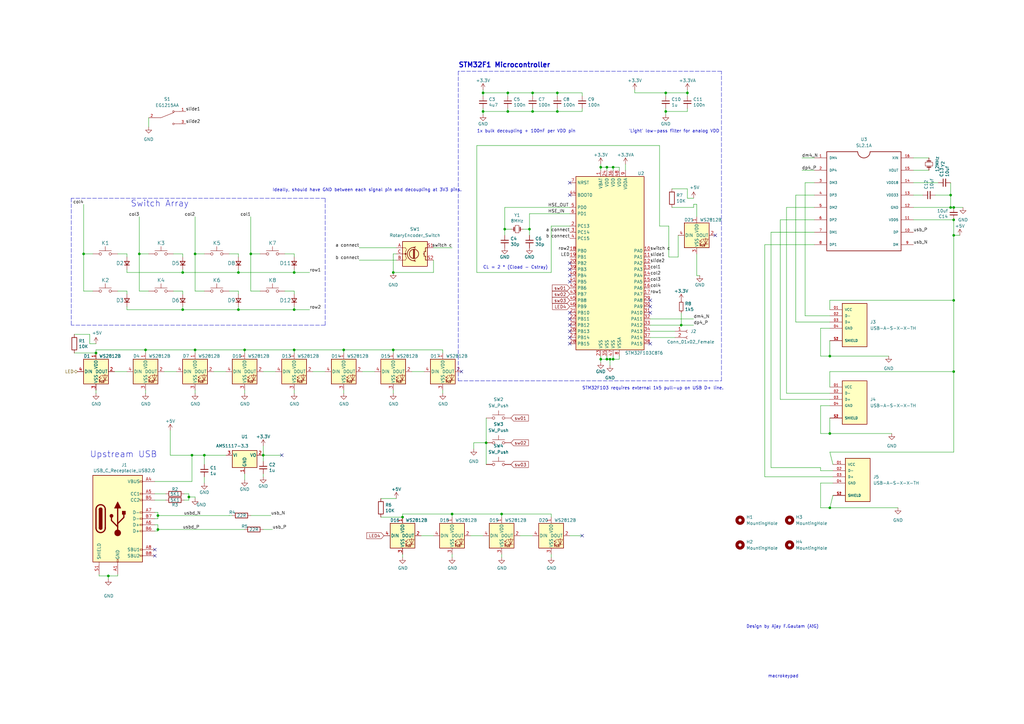
<source format=kicad_sch>
(kicad_sch (version 20231120) (generator "eeschema") (generator_version "8.0")
  (paper "A3")
  (junction (at 389.89 80.01))
  (junction (at 57.15 104.14))
  (junction (at 161.29 111.76))
  (junction (at 120.65 127))
  (junction (at 391.16 85.09))
  (junction (at 246.38 68.58))
  (junction (at 205.74 210.82))
  (junction (at 228.6 45.72))
  (junction (at 78.74 186.69))
  (junction (at 161.29 143.51))
  (junction (at 250.19 147.32))
  (junction (at 39.37 144.78))
  (junction (at 44.45 236.22))
  (junction (at 185.42 210.82))
  (junction (at 208.28 38.1))
  (junction (at 120.65 111.76))
  (junction (at 273.05 45.72))
  (junction (at 391.16 96.52))
  (junction (at 74.93 127))
  (junction (at 340.36 146.05))
  (junction (at 74.93 111.76))
  (junction (at 97.79 111.76))
  (junction (at 251.46 147.32))
  (junction (at 389.89 85.09))
  (junction (at 279.4 133.35))
  (junction (at 198.12 45.72))
  (junction (at 80.01 143.51))
  (junction (at 340.36 208.28))
  (junction (at 218.44 38.1))
  (junction (at 273.05 38.1))
  (junction (at 64.77 217.17))
  (junction (at 77.47 203.835))
  (junction (at 140.97 143.51))
  (junction (at 251.46 68.58))
  (junction (at 64.77 211.455))
  (junction (at 391.16 123.19))
  (junction (at 246.38 147.32))
  (junction (at 218.44 45.72))
  (junction (at 391.16 90.17))
  (junction (at 228.6 38.1))
  (junction (at 165.1 212.09))
  (junction (at 217.17 93.98))
  (junction (at 80.01 104.14))
  (junction (at 107.95 186.69))
  (junction (at 102.87 104.14))
  (junction (at 198.12 38.1))
  (junction (at 199.39 181.61))
  (junction (at 248.92 68.58))
  (junction (at 340.36 177.8))
  (junction (at 207.01 93.98))
  (junction (at 391.16 152.4))
  (junction (at 34.29 104.14))
  (junction (at 83.82 186.69))
  (junction (at 281.94 38.1))
  (junction (at 100.33 143.51))
  (junction (at 59.69 143.51))
  (junction (at 120.65 143.51))
  (junction (at 97.79 127))
  (junction (at 208.28 45.72))
  (junction (at 248.92 147.32))
  (no_connect (at 233.68 113.03))
  (no_connect (at 233.68 138.43))
  (no_connect (at 293.37 96.52))
  (no_connect (at 233.68 110.49))
  (no_connect (at 233.68 130.81))
  (no_connect (at 233.68 133.35))
  (no_connect (at 238.76 219.71))
  (no_connect (at 233.68 107.95))
  (no_connect (at 266.7 128.27))
  (no_connect (at 63.5 227.965))
  (no_connect (at 63.5 225.425))
  (no_connect (at 233.68 74.93))
  (no_connect (at 266.7 140.97))
  (no_connect (at 233.68 128.27))
  (no_connect (at 233.68 80.01))
  (no_connect (at 266.7 123.19))
  (no_connect (at 233.68 140.97))
  (no_connect (at 233.68 135.89))
  (no_connect (at 189.23 152.4))
  (no_connect (at 266.7 125.73))
  (no_connect (at 233.68 115.57))
  (no_connect (at 115.57 186.69))
  (wire (pts (xy 207.01 96.52) (xy 207.01 93.98)))
  (wire (pts (xy 193.04 219.71) (xy 198.12 219.71)))
  (wire (pts (xy 279.4 128.27) (xy 279.4 133.35)))
  (wire (pts (xy 341.63 190.5) (xy 340.36 185.42)))
  (wire (pts (xy 74.93 119.38) (xy 71.12 119.38)))
  (wire (pts (xy 266.7 138.43) (xy 276.86 138.43)))
  (wire (pts (xy 391.16 85.09) (xy 394.97 85.09)))
  (wire (pts (xy 254 68.58) (xy 254 69.85)))
  (wire (pts (xy 74.93 125.73) (xy 74.93 127)))
  (wire (pts (xy 67.31 152.4) (xy 72.39 152.4)))
  (wire (pts (xy 80.01 88.9) (xy 80.01 104.14)))
  (wire (pts (xy 281.94 38.1) (xy 273.05 38.1)))
  (wire (pts (xy 75.565 205.105) (xy 77.47 205.105)))
  (wire (pts (xy 281.94 39.37) (xy 281.94 38.1)))
  (wire (pts (xy 238.76 39.37) (xy 238.76 38.1)))
  (wire (pts (xy 274.32 92.71) (xy 270.51 92.71)))
  (wire (pts (xy 165.1 227.33) (xy 165.1 228.6)))
  (wire (pts (xy 120.65 119.38) (xy 116.84 119.38)))
  (wire (pts (xy 316.23 95.25) (xy 334.01 95.25)))
  (wire (pts (xy 208.28 45.72) (xy 218.44 45.72)))
  (wire (pts (xy 83.82 119.38) (xy 80.01 119.38)))
  (wire (pts (xy 374.65 85.09) (xy 389.89 85.09)))
  (wire (pts (xy 322.58 161.29) (xy 322.58 85.09)))
  (wire (pts (xy 246.38 68.58) (xy 246.38 69.85)))
  (polyline (pts (xy 133.35 133.35) (xy 133.35 81.28)) (stroke (width 0) (type dash)))
  (wire (pts (xy 74.93 104.14) (xy 71.12 104.14)))
  (wire (pts (xy 391.16 96.52) (xy 391.16 90.17)))
  (wire (pts (xy 69.85 186.69) (xy 78.74 186.69)))
  (wire (pts (xy 374.65 69.85) (xy 381 69.85)))
  (wire (pts (xy 389.89 80.01) (xy 389.89 85.09)))
  (wire (pts (xy 140.97 160.02) (xy 140.97 161.29)))
  (wire (pts (xy 316.23 191.77) (xy 316.23 95.25)))
  (wire (pts (xy 279.4 133.35) (xy 266.7 133.35)))
  (wire (pts (xy 147.32 101.6) (xy 162.56 101.6)))
  (wire (pts (xy 127 127) (xy 120.65 127)))
  (wire (pts (xy 69.85 176.53) (xy 69.85 186.69)))
  (wire (pts (xy 64.77 217.17) (xy 64.77 217.805)))
  (wire (pts (xy 279.4 133.35) (xy 284.48 133.35)))
  (wire (pts (xy 127 111.76) (xy 120.65 111.76)))
  (wire (pts (xy 374.65 90.17) (xy 391.16 90.17)))
  (wire (pts (xy 46.99 152.4) (xy 52.07 152.4)))
  (wire (pts (xy 273.05 39.37) (xy 273.05 38.1)))
  (wire (pts (xy 228.6 45.72) (xy 238.76 45.72)))
  (wire (pts (xy 161.29 160.02) (xy 161.29 161.29)))
  (wire (pts (xy 207.01 93.98) (xy 209.55 93.98)))
  (wire (pts (xy 218.44 44.45) (xy 218.44 45.72)))
  (wire (pts (xy 270.51 59.69) (xy 195.58 59.69)))
  (wire (pts (xy 340.36 134.62) (xy 336.55 134.62)))
  (wire (pts (xy 77.47 205.105) (xy 77.47 203.835)))
  (wire (pts (xy 36.83 140.97) (xy 36.83 137.16)))
  (wire (pts (xy 38.1 104.14) (xy 34.29 104.14)))
  (wire (pts (xy 270.51 92.71) (xy 270.51 59.69)))
  (wire (pts (xy 162.56 204.47) (xy 156.21 204.47)))
  (wire (pts (xy 389.89 85.09) (xy 391.16 85.09)))
  (wire (pts (xy 93.98 211.455) (xy 93.98 211.4328)))
  (wire (pts (xy 63.5 197.485) (xy 78.74 197.485)))
  (wire (pts (xy 336.55 191.77) (xy 316.23 191.77)))
  (wire (pts (xy 275.59 85.09) (xy 284.48 85.09)))
  (wire (pts (xy 120.65 144.78) (xy 120.65 143.51)))
  (wire (pts (xy 83.82 186.69) (xy 92.71 186.69)))
  (wire (pts (xy 194.31 184.15) (xy 194.31 181.61)))
  (wire (pts (xy 273.05 45.72) (xy 281.94 45.72)))
  (polyline (pts (xy 187.96 156.21) (xy 295.91 156.21)) (stroke (width 0) (type dash)))
  (wire (pts (xy 120.65 110.49) (xy 120.65 111.76)))
  (wire (pts (xy 120.65 104.14) (xy 116.84 104.14)))
  (wire (pts (xy 198.12 38.1) (xy 198.12 39.37)))
  (wire (pts (xy 80.01 160.02) (xy 80.01 161.29)))
  (wire (pts (xy 383.54 80.01) (xy 389.89 80.01)))
  (wire (pts (xy 100.33 143.51) (xy 80.01 143.51)))
  (wire (pts (xy 97.79 110.49) (xy 97.79 111.76)))
  (wire (pts (xy 87.63 152.4) (xy 92.71 152.4)))
  (wire (pts (xy 391.16 123.19) (xy 391.16 96.52)))
  (wire (pts (xy 214.63 93.98) (xy 217.17 93.98)))
  (wire (pts (xy 78.74 186.69) (xy 78.74 197.485)))
  (wire (pts (xy 208.28 38.1) (xy 208.28 39.37)))
  (wire (pts (xy 195.58 59.69) (xy 195.58 111.76)))
  (polyline (pts (xy 295.91 156.21) (xy 295.91 29.21)) (stroke (width 0) (type dash)))
  (wire (pts (xy 161.29 143.51) (xy 161.29 144.78)))
  (wire (pts (xy 80.01 143.51) (xy 59.69 143.51)))
  (wire (pts (xy 340.36 158.75) (xy 340.36 152.4)))
  (polyline (pts (xy 133.35 81.28) (xy 29.21 81.28)) (stroke (width 0) (type dash)))
  (wire (pts (xy 274.32 105.41) (xy 278.13 105.41)))
  (wire (pts (xy 341.63 198.12) (xy 336.55 198.12)))
  (wire (pts (xy 330.2 74.93) (xy 334.01 74.93)))
  (wire (pts (xy 77.47 202.565) (xy 77.47 203.835)))
  (wire (pts (xy 52.07 110.49) (xy 52.07 111.76)))
  (wire (pts (xy 248.92 69.85) (xy 248.92 68.58)))
  (wire (pts (xy 39.37 140.97) (xy 36.83 140.97)))
  (wire (pts (xy 107.95 195.58) (xy 107.95 194.31)))
  (wire (pts (xy 48.26 236.22) (xy 48.26 235.585)))
  (wire (pts (xy 336.55 134.62) (xy 336.55 146.05)))
  (wire (pts (xy 254 147.32) (xy 254 146.05)))
  (wire (pts (xy 74.93 104.14) (xy 74.93 105.41)))
  (wire (pts (xy 340.36 146.05) (xy 364.49 146.05)))
  (wire (pts (xy 238.76 38.1) (xy 228.6 38.1)))
  (wire (pts (xy 205.74 210.82) (xy 205.74 212.09)))
  (wire (pts (xy 63.5 205.105) (xy 67.945 205.105)))
  (wire (pts (xy 40.64 236.22) (xy 44.45 236.22)))
  (wire (pts (xy 218.44 45.72) (xy 228.6 45.72)))
  (wire (pts (xy 36.83 137.16) (xy 30.48 137.16)))
  (wire (pts (xy 106.68 119.38) (xy 102.87 119.38)))
  (wire (pts (xy 328.93 69.85) (xy 334.01 69.85)))
  (wire (pts (xy 120.65 143.51) (xy 100.33 143.51)))
  (wire (pts (xy 185.42 210.82) (xy 185.42 212.09)))
  (wire (pts (xy 273.05 44.45) (xy 273.05 45.72)))
  (wire (pts (xy 63.5 212.725) (xy 64.77 212.725)))
  (wire (pts (xy 208.28 45.72) (xy 208.28 44.45)))
  (wire (pts (xy 336.55 198.12) (xy 336.55 208.28)))
  (wire (pts (xy 217.17 93.98) (xy 217.17 87.63)))
  (wire (pts (xy 120.65 111.76) (xy 97.79 111.76)))
  (wire (pts (xy 181.61 160.02) (xy 181.61 161.29)))
  (wire (pts (xy 274.32 105.41) (xy 274.32 92.71)))
  (wire (pts (xy 39.37 160.02) (xy 39.37 161.29)))
  (wire (pts (xy 226.06 111.76) (xy 226.06 92.71)))
  (wire (pts (xy 97.79 104.14) (xy 93.98 104.14)))
  (wire (pts (xy 97.79 111.76) (xy 74.93 111.76)))
  (wire (pts (xy 198.12 44.45) (xy 198.12 45.72)))
  (wire (pts (xy 97.79 104.14) (xy 97.79 105.41)))
  (wire (pts (xy 97.79 125.73) (xy 97.79 127)))
  (wire (pts (xy 100.33 160.02) (xy 100.33 161.29)))
  (wire (pts (xy 44.45 237.49) (xy 44.45 236.22)))
  (wire (pts (xy 106.68 104.14) (xy 102.87 104.14)))
  (wire (pts (xy 391.16 152.4) (xy 391.16 123.19)))
  (wire (pts (xy 128.27 152.4) (xy 133.35 152.4)))
  (wire (pts (xy 281.94 77.47) (xy 275.59 77.47)))
  (wire (pts (xy 52.07 119.38) (xy 48.26 119.38)))
  (wire (pts (xy 63.5 202.565) (xy 67.945 202.565)))
  (wire (pts (xy 285.75 104.14) (xy 285.75 113.03)))
  (polyline (pts (xy 29.21 81.28) (xy 29.21 133.35)) (stroke (width 0) (type dash)))
  (wire (pts (xy 251.46 147.32) (xy 254 147.32)))
  (wire (pts (xy 52.07 104.14) (xy 48.26 104.14)))
  (wire (pts (xy 93.98 211.4328) (xy 95.2505 211.4328)))
  (wire (pts (xy 102.8705 211.4328) (xy 111.125 211.4328)))
  (wire (pts (xy 185.42 227.33) (xy 185.42 228.6)))
  (wire (pts (xy 64.77 211.455) (xy 93.98 211.455)))
  (wire (pts (xy 34.29 83.82) (xy 34.29 104.14)))
  (wire (pts (xy 30.48 144.78) (xy 39.37 144.78)))
  (wire (pts (xy 120.65 119.38) (xy 120.65 120.65)))
  (wire (pts (xy 273.05 46.99) (xy 273.05 45.72)))
  (wire (pts (xy 77.47 203.835) (xy 80.01 203.835)))
  (wire (pts (xy 213.36 219.71) (xy 218.44 219.71)))
  (wire (pts (xy 115.57 186.69) (xy 107.95 186.69)))
  (wire (pts (xy 208.28 38.1) (xy 198.12 38.1)))
  (wire (pts (xy 83.82 104.14) (xy 80.01 104.14)))
  (wire (pts (xy 205.74 227.33) (xy 205.74 228.6)))
  (wire (pts (xy 100.33 217.17) (xy 64.77 217.17)))
  (wire (pts (xy 100.33 196.85) (xy 100.33 194.31)))
  (wire (pts (xy 246.38 147.32) (xy 248.92 147.32)))
  (wire (pts (xy 100.33 143.51) (xy 100.33 144.78)))
  (wire (pts (xy 39.37 143.51) (xy 39.37 144.78)))
  (wire (pts (xy 226.06 92.71) (xy 233.68 92.71)))
  (wire (pts (xy 80.01 203.835) (xy 80.01 204.47)))
  (wire (pts (xy 74.93 127) (xy 52.07 127)))
  (wire (pts (xy 246.38 68.58) (xy 248.92 68.58)))
  (wire (pts (xy 336.55 166.37) (xy 336.55 177.8)))
  (wire (pts (xy 162.56 104.14) (xy 161.29 104.14)))
  (wire (pts (xy 326.39 132.08) (xy 340.36 132.08)))
  (wire (pts (xy 256.54 67.31) (xy 256.54 69.85)))
  (wire (pts (xy 147.32 106.68) (xy 162.56 106.68)))
  (wire (pts (xy 284.48 81.28) (xy 281.94 81.28)))
  (wire (pts (xy 251.46 69.85) (xy 251.46 68.58)))
  (wire (pts (xy 313.69 195.58) (xy 313.69 100.33)))
  (wire (pts (xy 156.21 212.09) (xy 165.1 212.09)))
  (wire (pts (xy 217.17 87.63) (xy 233.68 87.63)))
  (wire (pts (xy 74.93 110.49) (xy 74.93 111.76)))
  (wire (pts (xy 207.01 85.09) (xy 207.01 93.98)))
  (wire (pts (xy 336.55 177.8) (xy 340.36 177.8)))
  (wire (pts (xy 336.55 191.77) (xy 336.55 193.04)))
  (wire (pts (xy 44.45 236.22) (xy 48.26 236.22)))
  (wire (pts (xy 336.55 208.28) (xy 340.36 208.28)))
  (wire (pts (xy 340.36 185.42) (xy 391.16 185.42)))
  (wire (pts (xy 195.58 111.76) (xy 226.06 111.76)))
  (wire (pts (xy 120.65 125.73) (xy 120.65 127)))
  (wire (pts (xy 250.19 149.86) (xy 250.19 147.32)))
  (wire (pts (xy 64.77 215.265) (xy 63.5 215.265)))
  (wire (pts (xy 38.1 119.38) (xy 34.29 119.38)))
  (wire (pts (xy 165.1 210.82) (xy 165.1 212.09)))
  (wire (pts (xy 218.44 38.1) (xy 208.28 38.1)))
  (wire (pts (xy 120.65 143.51) (xy 140.97 143.51)))
  (wire (pts (xy 260.35 38.1) (xy 273.05 38.1)))
  (wire (pts (xy 52.07 104.14) (xy 52.07 105.41)))
  (wire (pts (xy 74.93 119.38) (xy 74.93 120.65)))
  (wire (pts (xy 340.36 171.45) (xy 340.36 177.8)))
  (wire (pts (xy 52.07 119.38) (xy 52.07 120.65)))
  (wire (pts (xy 281.94 36.83) (xy 281.94 38.1)))
  (wire (pts (xy 285.75 83.82) (xy 285.75 88.9)))
  (wire (pts (xy 107.95 152.4) (xy 113.03 152.4)))
  (wire (pts (xy 64.77 215.265) (xy 64.77 217.17)))
  (wire (pts (xy 330.2 129.54) (xy 340.36 129.54)))
  (wire (pts (xy 228.6 39.37) (xy 228.6 38.1)))
  (wire (pts (xy 320.04 163.83) (xy 320.04 90.17)))
  (wire (pts (xy 198.12 45.72) (xy 208.28 45.72)))
  (wire (pts (xy 177.8 101.6) (xy 185.42 101.6)))
  (wire (pts (xy 238.76 44.45) (xy 238.76 45.72)))
  (wire (pts (xy 281.94 81.28) (xy 281.94 77.47)))
  (wire (pts (xy 313.69 100.33) (xy 334.01 100.33)))
  (wire (pts (xy 148.59 152.4) (xy 153.67 152.4)))
  (wire (pts (xy 60.96 48.26) (xy 60.96 52.07)))
  (wire (pts (xy 64.77 212.725) (xy 64.77 211.455)))
  (wire (pts (xy 120.65 160.02) (xy 120.65 161.29)))
  (wire (pts (xy 266.7 135.89) (xy 276.86 135.89)))
  (wire (pts (xy 246.38 148.59) (xy 246.38 147.32)))
  (wire (pts (xy 181.61 143.51) (xy 181.61 144.78)))
  (wire (pts (xy 336.55 193.04) (xy 341.63 193.04)))
  (wire (pts (xy 248.92 147.32) (xy 250.19 147.32)))
  (wire (pts (xy 57.15 88.9) (xy 57.15 104.14)))
  (wire (pts (xy 281.94 45.72) (xy 281.94 44.45)))
  (wire (pts (xy 340.36 208.28) (xy 368.3 208.28)))
  (wire (pts (xy 102.87 104.14) (xy 102.87 119.38)))
  (wire (pts (xy 74.93 111.76) (xy 52.07 111.76)))
  (wire (pts (xy 278.13 96.52) (xy 278.13 105.41)))
  (wire (pts (xy 226.06 227.33) (xy 226.06 228.6)))
  (wire (pts (xy 97.79 127) (xy 74.93 127)))
  (wire (pts (xy 326.39 132.08) (xy 326.39 80.01)))
  (wire (pts (xy 199.39 181.61) (xy 199.39 190.5)))
  (wire (pts (xy 185.42 210.82) (xy 165.1 210.82)))
  (wire (pts (xy 340.36 177.8) (xy 365.76 177.8)))
  (wire (pts (xy 233.68 85.09) (xy 207.01 85.09)))
  (wire (pts (xy 172.72 219.71) (xy 177.8 219.71)))
  (wire (pts (xy 161.29 104.14) (xy 161.29 111.76)))
  (wire (pts (xy 59.69 160.02) (xy 59.69 161.29)))
  (wire (pts (xy 251.46 68.58) (xy 254 68.58)))
  (wire (pts (xy 60.96 104.14) (xy 57.15 104.14)))
  (wire (pts (xy 393.7 96.52) (xy 391.16 96.52)))
  (wire (pts (xy 374.65 80.01) (xy 378.46 80.01)))
  (wire (pts (xy 246.38 67.31) (xy 246.38 68.58)))
  (wire (pts (xy 120.65 104.14) (xy 120.65 105.41)))
  (wire (pts (xy 322.58 85.09) (xy 334.01 85.09)))
  (wire (pts (xy 107.95 182.88) (xy 107.95 186.69)))
  (wire (pts (xy 75.565 202.565) (xy 77.47 202.565)))
  (wire (pts (xy 63.5 217.805) (xy 64.77 217.805)))
  (wire (pts (xy 341.63 203.2) (xy 340.36 208.28)))
  (wire (pts (xy 336.55 146.05) (xy 340.36 146.05)))
  (wire (pts (xy 80.01 143.51) (xy 80.01 144.78)))
  (wire (pts (xy 78.74 186.69) (xy 83.82 186.69)))
  (wire (pts (xy 83.82 186.69) (xy 83.82 190.5)))
  (wire (pts (xy 391.16 185.42) (xy 391.16 152.4)))
  (wire (pts (xy 246.38 147.32) (xy 246.38 146.05)))
  (wire (pts (xy 389.89 74.93) (xy 389.89 80.01)))
  (wire (pts (xy 340.36 166.37) (xy 336.55 166.37)))
  (wire (pts (xy 97.79 119.38) (xy 93.98 119.38)))
  (wire (pts (xy 374.65 64.77) (xy 381 64.77)))
  (wire (pts (xy 340.36 152.4) (xy 391.16 152.4)))
  (wire (pts (xy 226.06 210.82) (xy 205.74 210.82)))
  (wire (pts (xy 326.39 80.01) (xy 334.01 80.01)))
  (wire (pts (xy 59.69 143.51) (xy 59.69 144.78)))
  (wire (pts (xy 228.6 44.45) (xy 228.6 45.72)))
  (wire (pts (xy 285.75 113.03) (xy 287.02 113.03)))
  (wire (pts (xy 328.93 64.77) (xy 334.01 64.77)))
  (wire (pts (xy 340.36 123.19) (xy 391.16 123.19)))
  (wire (pts (xy 120.65 127) (xy 97.79 127)))
  (wire (pts (xy 228.6 38.1) (xy 218.44 38.1)))
  (wire (pts (xy 218.44 39.37) (xy 218.44 38.1)))
  (wire (pts (xy 260.35 36.83) (xy 260.35 38.1)))
  (wire (pts (xy 251.46 146.05) (xy 251.46 147.32)))
  (wire (pts (xy 64.77 211.455) (xy 64.77 210.185)))
  (wire (pts (xy 107.95 217.17) (xy 111.76 217.17)))
  (polyline (pts (xy 187.96 29.21) (xy 187.96 156.21)) (stroke (width 0) (type dash)))
  (wire (pts (xy 57.15 104.14) (xy 57.15 119.38)))
  (wire (pts (xy 284.48 83.82) (xy 285.75 83.82)))
  (wire (pts (xy 198.12 36.83) (xy 198.12 38.1)))
  (wire (pts (xy 250.19 147.32) (xy 251.46 147.32)))
  (wire (pts (xy 320.04 90.17) (xy 334.01 90.17)))
  (wire (pts (xy 168.91 152.4) (xy 173.99 152.4)))
  (polyline (pts (xy 295.91 29.21) (xy 187.96 29.21)) (stroke (width 0) (type dash)))
  (wire (pts (xy 102.87 88.9) (xy 102.87 104.14)))
  (wire (pts (xy 266.7 130.81) (xy 284.48 130.81)))
  (wire (pts (xy 199.39 171.45) (xy 199.39 181.61)))
  (wire (pts (xy 83.82 198.12) (xy 83.82 195.58)))
  (wire (pts (xy 40.64 235.585) (xy 40.64 236.22)))
  (wire (pts (xy 233.68 219.71) (xy 238.76 219.71)))
  (wire (pts (xy 248.92 146.05) (xy 248.92 147.32)))
  (wire (pts (xy 107.95 186.69) (xy 107.95 189.23)))
  (wire (pts (xy 34.29 104.14) (xy 34.29 119.38)))
  (wire (pts (xy 217.17 96.52) (xy 217.17 93.98)))
  (wire (pts (xy 330.2 129.54) (xy 330.2 74.93)))
  (wire (pts (xy 322.58 161.29) (xy 340.36 161.29)))
  (wire (pts (xy 80.01 104.14) (xy 80.01 119.38)))
  (wire (pts (xy 181.61 143.51) (xy 161.29 143.51)))
  (wire (pts (xy 198.12 45.72) (xy 198.12 46.99)))
  (wire (pts (xy 97.79 119.38) (xy 97.79 120.65)))
  (wire (pts (xy 340.36 139.7) (xy 340.36 146.05)))
  (wire (pts (xy 194.31 181.61) (xy 199.39 181.61)))
  (wire (pts (xy 374.65 74.93) (xy 384.81 74.93)))
  (wire (pts (xy 161.29 143.51) (xy 140.97 143.51)))
  (wire (pts (xy 341.63 195.58) (xy 313.69 195.58)))
  (polyline (pts (xy 133.35 133.35) (xy 29.21 133.35)) (stroke (width 0) (type dash)))
  (wire (pts (xy 248.92 68.58) (xy 251.46 68.58)))
  (wire (pts (xy 177.8 111.76) (xy 161.29 111.76)))
  (wire (pts (xy 226.06 210.82) (xy 226.06 212.09)))
  (wire (pts (xy 52.07 125.73) (xy 52.07 127)))
  (wire (pts (xy 177.8 106.68) (xy 177.8 111.76)))
  (wire (pts (xy 205.74 210.82) (xy 185.42 210.82)))
  (wire (pts (xy 284.48 83.82) (xy 284.48 85.09)))
  (wire (pts (xy 140.97 144.78) (xy 140.97 143.51)))
  (wire (pts (xy 59.69 143.51) (xy 39.37 143.51)))
  (wire (pts (xy 320.04 163.83) (xy 340.36 163.83)))
  (wire (pts (xy 340.36 127) (xy 340.36 123.19)))
  (wire (pts (xy 64.77 210.185) (xy 63.5 210.185)))
  (wire (pts (xy 60.96 119.38) (xy 57.15 119.38)))
  (text "STM32F103 requires external 1k5 pull-up on USB D+ line." (at 238.76 160.02 0) (effects (font (size 1.27 1.27)) (justify left bottom)))
  (text "1x bulk decoupling + 100nF per VDD pin" (at 195.58 54.61 0) (effects (font (size 1.27 1.27)) (justify left bottom)))
  (text "Design by Ajay F.Gautam (A!G)" (at 306.07 257.81 0) (effects (font (size 1.27 1.27)) (justify left bottom)))
  (text "Switch Array" (at 77.47 85.09 0) (effects (font (size 2.54 2.54)) (justify right bottom)))
  (text "STM32F1 Microcontroller" (at 187.96 27.94 0) (effects (font (size 2.0066 2.0066) (thickness 0.4013) (bold yes)) (justify left bottom)))
  (text "macrokeypad " (at 314.96 278.13 0) (effects (font (size 1.27 1.27)) (justify left bottom)))
  (text "Ideally, should have GND between each signal pin and decoupling at 3V3 pins." (at 111.76 78.74 0) (effects (font (size 1.27 1.27)) (justify left bottom)))
  (text "CL = 2 * (Cload - Cstray)" (at 198.12 110.49 0) (effects (font (size 1.27 1.27)) (justify left bottom)))
  (text "Upstream USB" (at 36.83 187.96 0) (effects (font (size 2.54 2.54)) (justify left bottom)))
  (text "'Light' low-pass filter for analog VDD" (at 257.81 54.61 0) (effects (font (size 1.27 1.27)) (justify left bottom)))
  (label "usbd_N" (at 75.374 211.455 0))
  (label "col1" (at 266.7 110.49 0))
  (label "a connect" (at 147.32 101.6 180))
  (label "switch c" (at 266.7 102.87 0))
  (label "HSE_IN" (at 224.79 87.63 0))
  (label "usb_N" (at 374.65 100.33 0))
  (label "usb_P" (at 374.65 95.25 0))
  (label "col1" (at 102.87 88.9 180))
  (label "slide2" (at 76.2 50.8 0))
  (label "slide1" (at 76.2 45.72 0))
  (label "a connect" (at 233.68 95.25 180))
  (label "dm4_N" (at 328.93 64.77 0))
  (label "usb_P" (at 111.76 217.17 0))
  (label "LED" (at 233.68 105.41 180))
  (label "b connect" (at 233.68 97.79 180))
  (label "row1" (at 266.7 120.65 0))
  (label "row2" (at 127 127 0))
  (label "usb_N" (at 111.125 211.4328 0))
  (label "row1" (at 127 111.76 0))
  (label "col2" (at 80.01 88.9 180))
  (label "slide2" (at 266.7 107.95 0))
  (label "col4" (at 34.29 83.82 180))
  (label "col3" (at 57.15 88.9 180))
  (label "dp4_P" (at 284.48 133.35 0))
  (label "col3" (at 266.7 115.57 0))
  (label "switch c" (at 185.42 101.6 180))
  (label "b connect" (at 147.32 106.68 180))
  (label "row2" (at 233.68 102.87 180))
  (label "slide1" (at 266.7 105.41 0))
  (label "dm4_N" (at 284.48 130.81 0))
  (label "usbd_P" (at 74.93 217.17 0))
  (label "HSE_OUT" (at 224.79 85.09 0))
  (label "col4" (at 266.7 118.11 0))
  (label "dp4_P" (at 328.93 69.85 0))
  (label "col2" (at 266.7 113.03 0))
  (global_label "sw01" (shape input) (at 209.55 171.45 0) (property "Intersheetrefs" "${INTERSHEET_REFS}" (effects (hide yes))))
  (global_label "sw03" (shape input) (at 209.55 190.5 0) (property "Intersheetrefs" "${INTERSHEET_REFS}" (effects (hide yes))))
  (global_label "sw01" (shape input) (at 233.68 118.11 180) (property "Intersheetrefs" "${INTERSHEET_REFS}" (effects (hide yes))))
  (global_label "sw03" (shape input) (at 233.68 123.19 180) (property "Intersheetrefs" "${INTERSHEET_REFS}" (effects (hide yes))))
  (global_label "sw02" (shape input) (at 233.68 120.65 180) (property "Intersheetrefs" "${INTERSHEET_REFS}" (effects (hide yes))))
  (global_label "LED4" (shape input) (at 157.48 219.71 180) (property "Intersheetrefs" "${INTERSHEET_REFS}" (effects (hide yes))))
  (global_label "LED4" (shape input) (at 233.68 125.73 180) (property "Intersheetrefs" "${INTERSHEET_REFS}" (effects (hide yes))))
  (global_label "sw02" (shape input) (at 209.55 181.61 0) (property "Intersheetrefs" "${INTERSHEET_REFS}" (effects (hide yes))))
  (hierarchical_label "LED" (shape bidirectional) (at 31.75 152.4 180))
  (symbol (lib_id "power:+5V") (at 162.56 204.47 0) (unit 1)
    (property "Reference" "#PWR018" (effects (hide yes)))
    (property "Value" "+5V" (at 162.56 200.66 0))
  )
  (symbol (lib_id "Device:C_Small") (at 281.94 41.91 0) (unit 1)
    (property "Reference" "C11" (at 284.2768 40.7416 0) (effects (justify left)))
    (property "Value" "100n" (at 284.2768 43.053 0) (effects (justify left)))
    (property "Footprint" "Capacitor_SMD:C_0402_1005Metric" (effects (hide yes)))
    (property "LCSC Part #" "C1525" (effects (hide yes)))
  )
  (symbol (lib_id "power:GND") (at 140.97 161.29 0) (unit 1)
    (property "Reference" "#PWR015" (effects (hide yes)))
    (property "Value" "GND" (at 141.097 165.6842 0))
  )
  (symbol (lib_id "power:GND") (at 44.45 237.49 0) (unit 1)
    (property "Reference" "#PWR03" (effects (hide yes)))
    (property "Value" "GND" (at 44.577 244.4242 0))
  )
  (symbol (lib_id "LED:WS2812B") (at 205.74 219.71 0) (unit 1)
    (property "Reference" "D19" (at 200.66 213.36 0) (effects (justify left)))
    (property "Value" "WS2812B" (at 207.01 213.36 0) (effects (justify left)))
    (property "Footprint" "KiCad:SK6812MINIE" (effects (hide yes)))
    (property "Datasheet" "https://cdn-shop.adafruit.com/datasheets/WS2812B.pdf" (effects (hide yes)))
    (property "LCSC" "C114586" (effects (hide yes)))
    (property "MPN" "WS2812B" (effects (hide yes)))
    (property "DigiKey" "1528-1104-ND\r" (effects (hide yes)))
    (property "Substitue Allowed?" "N" (effects (hide yes)))
    (property "Manufacturer" "Worldsemi\r" (effects (hide yes)))
  )
  (symbol (lib_id "Device:R") (at 71.755 202.565 270) (unit 1)
    (property "Reference" "R2" (at 71.755 200.66 90))
    (property "Value" "5K1" (at 71.755 202.565 90))
    (property "Footprint" "Resistor_SMD:R_0603_1608Metric" (effects (hide yes)))
    (property "DigiKey" "118-CR0603-JW-512ELFCT-ND \r" (effects (hide yes)))
    (property "MPN" "CR0603-JW-512ELF \r" (effects (hide yes)))
    (property "Substitue Allowed?" "Y" (effects (hide yes)))
    (property "LCSC" "C14677\r" (effects (hide yes)))
    (property "Manufacturer" "Bourns\r" (effects (hide yes)))
    (property "Notes" "LCSC: Substitute PN\r" (effects (hide yes)))
  )
  (symbol (lib_id "Device:R") (at 30.48 140.97 0) (unit 1)
    (property "Reference" "R1" (at 32.258 139.8016 0) (effects (justify left)))
    (property "Value" "10K" (at 32.258 142.113 0) (effects (justify left)))
    (property "Footprint" "Resistor_SMD:R_0603_1608Metric" (effects (hide yes)))
    (property "DigiKey" "CR0603-JW-103ELFCT-ND  \r" (effects (hide yes)))
    (property "MPN" "CR0603-JW-103ELF \r" (effects (hide yes)))
    (property "Substitue Allowed?" "Y" (effects (hide yes)))
    (property "LCSC" "C144116\r" (effects (hide yes)))
    (property "Manufacturer" "Bourns\r" (effects (hide yes)))
    (property "Notes" "LCSC: Substitute PN\r" (effects (hide yes)))
  )
  (symbol (lib_id "Switch:SW_Push") (at 43.18 104.14 0) (unit 1)
    (property "Reference" "K1" (at 43.18 99.695 0) (effects (font (size 1.524 1.524))))
    (property "Value" "KEYSW" (effects (hide yes)))
    (property "Footprint" "Button_Switch_Keyboard:SW_Cherry_MX_1.00u_PCB" (effects (hide yes)))
    (property "DNP" "DNP" (effects (hide yes)))
  )
  (symbol (lib_id "power:GND") (at 80.01 204.47 0) (unit 1)
    (property "Reference" "#PWR08" (effects (hide yes)))
    (property "Value" "GND" (at 82.55 207.01 0))
  )
  (symbol (lib_id "power:+5V") (at 69.85 176.53 0) (unit 1)
    (property "Reference" "#PWR06" (effects (hide yes)))
    (property "Value" "+5V" (at 69.85 172.72 0))
  )
  (symbol (lib_id "USB-A-S-X-X-TH:USB-A-S-X-X-TH") (at 351.79 195.58 0) (unit 1)
    (property "Reference" "J5" (at 358.14 195.5799 0) (effects (justify left)))
    (property "Value" "USB-A-S-X-X-TH" (at 358.14 198.1199 0) (effects (justify left)))
    (property "Footprint" "USB-A-S-X-X-TH:SAMTEC_USB-A-S-X-X-TH" (effects (hide yes)))
    (property "MAXIMUM_PACKAGE_HEIGHT" "7.08 mm" (effects (hide yes)))
    (property "MANUFACTURER" "Samtec" (effects (hide yes)))
    (property "PARTREV" "R" (effects (hide yes)))
    (property "STANDARD" "Manufacturer Recommendations" (effects (hide yes)))
  )
  (symbol (lib_id "Switch:SW_Push") (at 111.76 119.38 0) (unit 1)
    (property "Reference" "K8" (at 111.76 114.935 0) (effects (font (size 1.524 1.524))))
    (property "Value" "KEYSW" (effects (hide yes)))
    (property "Footprint" "Button_Switch_Keyboard:SW_Cherry_MX_1.00u_PCB" (effects (hide yes)))
    (property "DNP" "DNP" (effects (hide yes)))
  )
  (symbol (lib_id "Device:RotaryEncoder_Switch") (at 170.18 104.14 0) (unit 1)
    (property "Reference" "SW1" (at 170.18 93.98 0))
    (property "Value" "RotaryEncoder_Switch" (at 170.18 96.52 0))
    (property "Footprint" "Rotary_Encoder:RotaryEncoder_Alps_EC11E-Switch_Vertical_H20mm" (effects (hide yes)))
  )
  (symbol (lib_id "power:GND") (at 165.1 228.6 0) (unit 1)
    (property "Reference" "#PWR019" (effects (hide yes)))
    (property "Value" "GND" (at 165.227 232.9942 0))
  )
  (symbol (lib_id "LED:WS2812B") (at 59.69 152.4 0) (unit 1)
    (property "Reference" "D4" (at 54.61 146.05 0) (effects (justify left)))
    (property "Value" "WS2812B" (at 60.96 146.05 0) (effects (justify left)))
    (property "Footprint" "KiCad:SK6812MINIE" (effects (hide yes)))
    (property "Datasheet" "https://cdn-shop.adafruit.com/datasheets/WS2812B.pdf" (effects (hide yes)))
    (property "LCSC" "C114586" (effects (hide yes)))
    (property "MPN" "WS2812B" (effects (hide yes)))
    (property "DigiKey" "1528-1104-ND\r" (effects (hide yes)))
    (property "Substitue Allowed?" "N" (effects (hide yes)))
    (property "Manufacturer" "Worldsemi\r" (effects (hide yes)))
  )
  (symbol (lib_id "Device:D_Small") (at 97.79 123.19 270) (mirror x) (unit 1)
    (property "Reference" "D9" (at 96.52 123.19 90) (effects (font (size 1.524 1.524)) (justify right)))
    (property "Value" "D" (effects (hide yes)))
    (property "Footprint" "Diode_THT:D_DO-34_SOD68_P10.16mm_Horizontal" (effects (hide yes)))
    (property "LCSC" "C83528" (effects (hide yes)))
    (property "MPN" "1N4148W-7-F" (effects (hide yes)))
    (property "DigiKey" "1N4148W-FDICT-ND\r" (effects (hide yes)))
    (property "Substitue Allowed?" "Y" (effects (hide yes)))
    (property "Manufacturer" "Diodes Inc\r" (effects (hide yes)))
  )
  (symbol (lib_id "power:GND") (at 161.29 161.29 0) (unit 1)
    (property "Reference" "#PWR017" (effects (hide yes)))
    (property "Value" "GND" (at 161.417 165.6842 0))
  )
  (symbol (lib_id "Device:D_Small") (at 52.07 107.95 270) (mirror x) (unit 1)
    (property "Reference" "D2" (at 50.8 107.95 90) (effects (font (size 1.524 1.524)) (justify right)))
    (property "Value" "D" (effects (hide yes)))
    (property "Footprint" "Diode_THT:D_DO-34_SOD68_P10.16mm_Horizontal" (effects (hide yes)))
    (property "LCSC" "C83528" (effects (hide yes)))
    (property "MPN" "1N4148W-7-F" (effects (hide yes)))
    (property "DigiKey" "1N4148W-FDICT-ND\r" (effects (hide yes)))
    (property "Substitue Allowed?" "Y" (effects (hide yes)))
    (property "Manufacturer" "Diodes Inc\r" (effects (hide yes)))
  )
  (symbol (lib_id "LED:WS2812B") (at 181.61 152.4 0) (unit 1)
    (property "Reference" "D17" (at 176.53 146.05 0) (effects (justify left)))
    (property "Value" "WS2812B" (at 182.88 146.05 0) (effects (justify left)))
    (property "Footprint" "KiCad:SK6812MINIE" (effects (hide yes)))
    (property "Datasheet" "https://cdn-shop.adafruit.com/datasheets/WS2812B.pdf" (effects (hide yes)))
    (property "LCSC" "C114586" (effects (hide yes)))
    (property "MPN" "WS2812B" (effects (hide yes)))
    (property "DigiKey" "1528-1104-ND\r" (effects (hide yes)))
    (property "Substitue Allowed?" "N" (effects (hide yes)))
    (property "Manufacturer" "Worldsemi\r" (effects (hide yes)))
  )
  (symbol (lib_id "Device:C_Small") (at 273.05 41.91 0) (unit 1)
    (property "Reference" "C10" (at 275.3868 40.7416 0) (effects (justify left)))
    (property "Value" "1u" (at 275.3868 43.053 0) (effects (justify left)))
    (property "Footprint" "Capacitor_SMD:C_0402_1005Metric" (effects (hide yes)))
    (property "LCSC Part #" "C52923" (effects (hide yes)))
  )
  (symbol (lib_id "USB-A-S-X-X-TH:USB-A-S-X-X-TH") (at 350.52 163.83 0) (unit 1)
    (property "Reference" "J4" (at 356.87 163.8299 0) (effects (justify left)))
    (property "Value" "USB-A-S-X-X-TH" (at 356.87 166.3699 0) (effects (justify left)))
    (property "Footprint" "USB-A-S-X-X-TH:SAMTEC_USB-A-S-X-X-TH" (effects (hide yes)))
    (property "MAXIMUM_PACKAGE_HEIGHT" "7.08 mm" (effects (hide yes)))
    (property "MANUFACTURER" "Samtec" (effects (hide yes)))
    (property "PARTREV" "R" (effects (hide yes)))
    (property "STANDARD" "Manufacturer Recommendations" (effects (hide yes)))
  )
  (symbol (lib_id "Device:R") (at 275.59 81.28 0) (unit 1)
    (property "Reference" "R7" (at 277.368 80.1116 0) (effects (justify left)))
    (property "Value" "10K" (at 277.368 82.423 0) (effects (justify left)))
    (property "Footprint" "Resistor_SMD:R_0603_1608Metric" (effects (hide yes)))
    (property "DigiKey" "CR0603-JW-103ELFCT-ND  \r" (effects (hide yes)))
    (property "MPN" "CR0603-JW-103ELF \r" (effects (hide yes)))
    (property "Substitue Allowed?" "Y" (effects (hide yes)))
    (property "LCSC" "C144116\r" (effects (hide yes)))
    (property "Manufacturer" "Bourns\r" (effects (hide yes)))
    (property "Notes" "LCSC: Substitute PN\r" (effects (hide yes)))
  )
  (symbol (lib_id "LED:WS2812B") (at 185.42 219.71 0) (unit 1)
    (property "Reference" "D18" (at 180.34 213.36 0) (effects (justify left)))
    (property "Value" "WS2812B" (at 186.69 213.36 0) (effects (justify left)))
    (property "Footprint" "KiCad:SK6812MINIE" (effects (hide yes)))
    (property "Datasheet" "https://cdn-shop.adafruit.com/datasheets/WS2812B.pdf" (effects (hide yes)))
    (property "LCSC" "C114586" (effects (hide yes)))
    (property "MPN" "WS2812B" (effects (hide yes)))
    (property "DigiKey" "1528-1104-ND\r" (effects (hide yes)))
    (property "Substitue Allowed?" "N" (effects (hide yes)))
    (property "Manufacturer" "Worldsemi\r" (effects (hide yes)))
  )
  (symbol (lib_id "Device:C_Small") (at 381 80.01 90) (unit 1)
    (property "Reference" "C12" (at 379.8316 77.6732 0) (effects (justify left)))
    (property "Value" "10uf" (at 382.143 77.6732 0) (effects (justify left)))
    (property "Footprint" "Capacitor_SMD:C_0603_1608Metric" (effects (hide yes)))
    (property "LCSC Part #" "C15849" (effects (hide yes)))
  )
  (symbol (lib_id "power:GND") (at 59.69 161.29 0) (unit 1)
    (property "Reference" "#PWR04" (effects (hide yes)))
    (property "Value" "GND" (at 59.817 165.6842 0))
  )
  (symbol (lib_id "power:GND") (at 60.96 52.07 0) (unit 1)
    (property "Reference" "#PWR05" (effects (hide yes)))
    (property "Value" "GND" (at 60.96 57.15 0))
  )
  (symbol (lib_id "Device:R") (at 156.21 208.28 0) (unit 1)
    (property "Reference" "R6" (at 157.988 207.1116 0) (effects (justify left)))
    (property "Value" "10K" (at 157.988 209.423 0) (effects (justify left)))
    (property "Footprint" "Resistor_SMD:R_0603_1608Metric" (effects (hide yes)))
    (property "DigiKey" "CR0603-JW-103ELFCT-ND  \r" (effects (hide yes)))
    (property "MPN" "CR0603-JW-103ELF \r" (effects (hide yes)))
    (property "Substitue Allowed?" "Y" (effects (hide yes)))
    (property "LCSC" "C144116\r" (effects (hide yes)))
    (property "Manufacturer" "Bourns\r" (effects (hide yes)))
    (property "Notes" "LCSC: Substitute PN\r" (effects (hide yes)))
  )
  (symbol (lib_id "Switch:SW_Push") (at 204.47 190.5 0) (unit 1)
    (property "Reference" "SW4" (at 204.47 182.88 0))
    (property "Value" "SW_Push" (at 204.47 185.42 0))
    (property "Footprint" "Button_Switch_THT:SW_PUSH_6mm" (effects (hide yes)))
  )
  (symbol (lib_id "Device:C_Small") (at 83.82 193.04 0) (unit 1)
    (property "Reference" "C1" (at 86.1568 191.8716 0) (effects (justify left)))
    (property "Value" "1u" (at 86.1568 194.183 0) (effects (justify left)))
    (property "Footprint" "Capacitor_SMD:C_0603_1608Metric" (effects (hide yes)))
    (property "LCSC Part #" "C15849" (effects (hide yes)))
  )
  (symbol (lib_id "Switch:SW_Push") (at 66.04 104.14 0) (unit 1)
    (property "Reference" "K3" (at 66.04 99.695 0) (effects (font (size 1.524 1.524))))
    (property "Value" "KEYSW" (effects (hide yes)))
    (property "Footprint" "Button_Switch_Keyboard:SW_Cherry_MX_1.00u_PCB" (effects (hide yes)))
    (property "DNP" "DNP" (effects (hide yes)))
  )
  (symbol (lib_id "power:GND") (at 107.95 195.58 0) (mirror y) (unit 1)
    (property "Reference" "#PWR013" (effects (hide yes)))
    (property "Value" "GND" (at 107.95 199.39 0))
  )
  (symbol (lib_id "power:GND") (at 250.19 149.86 0) (unit 1)
    (property "Reference" "#PWR030" (effects (hide yes)))
    (property "Value" "GND" (at 250.19 154.94 0))
  )
  (symbol (lib_id "Device:R") (at 104.14 217.17 270) (unit 1)
    (property "Reference" "R5" (at 100.33 215.9 90))
    (property "Value" "22R" (at 104.14 217.17 90))
    (property "Footprint" "Resistor_SMD:R_0603_1608Metric" (effects (hide yes)))
    (property "DigiKey" "CR0603-JW-220ELFCT-ND  \r" (effects (hide yes)))
    (property "MPN" "CR0603-JW-220ELF \r" (effects (hide yes)))
    (property "Substitue Allowed?" "Y" (effects (hide yes)))
    (property "LCSC" "C203424\r" (effects (hide yes)))
    (property "Manufacturer" "Bourns\r" (effects (hide yes)))
    (property "Notes" "LCSC: Substitute PN\r" (effects (hide yes)))
  )
  (symbol (lib_id "power:GND") (at 100.33 196.85 0) (mirror y) (unit 1)
    (property "Reference" "#PWR011" (effects (hide yes)))
    (property "Value" "GND" (at 100.33 200.66 0))
  )
  (symbol (lib_id "Device:C_Small") (at 387.35 74.93 90) (unit 1)
    (property "Reference" "C13" (at 386.1816 72.5932 0) (effects (justify left)))
    (property "Value" "10uf" (at 388.493 72.5932 0) (effects (justify left)))
    (property "Footprint" "Capacitor_SMD:C_0603_1608Metric" (effects (hide yes)))
    (property "LCSC Part #" "C15849" (effects (hide yes)))
  )
  (symbol (lib_id "Device:D_Small") (at 52.07 123.19 270) (mirror x) (unit 1)
    (property "Reference" "D3" (at 50.8 123.19 90) (effects (font (size 1.524 1.524)) (justify right)))
    (property "Value" "D" (effects (hide yes)))
    (property "Footprint" "Diode_THT:D_DO-34_SOD68_P10.16mm_Horizontal" (effects (hide yes)))
    (property "LCSC" "C83528" (effects (hide yes)))
    (property "MPN" "1N4148W-7-F" (effects (hide yes)))
    (property "DigiKey" "1N4148W-FDICT-ND\r" (effects (hide yes)))
    (property "Substitue Allowed?" "Y" (effects (hide yes)))
    (property "Manufacturer" "Diodes Inc\r" (effects (hide yes)))
  )
  (symbol (lib_id "Connector:Conn_01x02_Female") (at 281.94 135.89 0) (unit 1)
    (property "Reference" "J2" (at 283.21 135.8899 0) (effects (justify left)))
    (property "Value" "Conn_01x02_Female" (at 273.558 140.208 0) (effects (justify left)))
    (property "Footprint" "Connector_PinSocket_2.54mm:PinSocket_1x02_P2.54mm_Vertical" (effects (hide yes)))
  )
  (symbol (lib_id "power:GND") (at 185.42 228.6 0) (unit 1)
    (property "Reference" "#PWR021" (effects (hide yes)))
    (property "Value" "GND" (at 185.547 232.9942 0))
  )
  (symbol (lib_id "Switch:SW_Push") (at 43.18 119.38 0) (unit 1)
    (property "Reference" "K2" (at 43.18 114.935 0) (effects (font (size 1.524 1.524))))
    (property "Value" "KEYSW" (effects (hide yes)))
    (property "Footprint" "Button_Switch_Keyboard:SW_Cherry_MX_1.00u_PCB" (effects (hide yes)))
    (property "DNP" "DNP" (effects (hide yes)))
  )
  (symbol (lib_id "power:+3.3V") (at 107.95 182.88 0) (unit 1)
    (property "Reference" "#PWR012" (effects (hide yes)))
    (property "Value" "+3.3V" (at 107.95 179.07 0))
  )
  (symbol (lib_id "Device:C_Small") (at 217.17 99.06 0) (unit 1)
    (property "Reference" "C6" (at 219.5068 97.8916 0) (effects (justify left)))
    (property "Value" "30p" (at 219.5068 100.203 0) (effects (justify left)))
    (property "Footprint" "Capacitor_SMD:C_0402_1005Metric" (effects (hide yes)))
    (property "LCSC Part #" "C1570" (effects (hide yes)))
  )
  (symbol (lib_id "power:+3.3V") (at 260.35 36.83 0) (unit 1)
    (property "Reference" "#PWR032" (effects (hide yes)))
    (property "Value" "+3.3V" (at 260.35 33.02 0))
  )
  (symbol (lib_id "power:GND") (at 394.97 85.09 0) (unit 1)
    (property "Reference" "#PWR043" (effects (hide yes)))
    (property "Value" "GND" (at 394.97 90.17 0))
  )
  (symbol (lib_id "LED:WS2812B") (at 161.29 152.4 0) (unit 1)
    (property "Reference" "D15" (at 156.21 146.05 0) (effects (justify left)))
    (property "Value" "WS2812B" (at 162.56 146.05 0) (effects (justify left)))
    (property "Footprint" "KiCad:SK6812MINIE" (effects (hide yes)))
    (property "Datasheet" "https://cdn-shop.adafruit.com/datasheets/WS2812B.pdf" (effects (hide yes)))
    (property "LCSC" "C114586" (effects (hide yes)))
    (property "MPN" "WS2812B" (effects (hide yes)))
    (property "DigiKey" "1528-1104-ND\r" (effects (hide yes)))
    (property "Substitue Allowed?" "N" (effects (hide yes)))
    (property "Manufacturer" "Worldsemi\r" (effects (hide yes)))
  )
  (symbol (lib_id "Device:Crystal_Small") (at 381 67.31 270) (unit 1)
    (property "Reference" "Y2" (at 386.715 67.31 0))
    (property "Value" "12MHz" (at 384.4036 67.31 0))
    (property "Footprint" "Crystal:Crystal_SMD_5032-2Pin_5.0x3.2mm" (effects (hide yes)))
    (property "LCSC Part #" "C115962" (effects (hide yes)))
  )
  (symbol (lib_id "LED:WS2812B") (at 80.01 152.4 0) (unit 1)
    (property "Reference" "D7" (at 74.93 146.05 0) (effects (justify left)))
    (property "Value" "WS2812B" (at 81.28 146.05 0) (effects (justify left)))
    (property "Footprint" "KiCad:SK6812MINIE" (effects (hide yes)))
    (property "Datasheet" "https://cdn-shop.adafruit.com/datasheets/WS2812B.pdf" (effects (hide yes)))
    (property "LCSC" "C114586" (effects (hide yes)))
    (property "MPN" "WS2812B" (effects (hide yes)))
    (property "DigiKey" "1528-1104-ND\r" (effects (hide yes)))
    (property "Substitue Allowed?" "N" (effects (hide yes)))
    (property "Manufacturer" "Worldsemi\r" (effects (hide yes)))
  )
  (symbol (lib_id "Device:C_Small") (at 207.01 99.06 0) (unit 1)
    (property "Reference" "C4" (at 209.3468 97.8916 0) (effects (justify left)))
    (property "Value" "30p" (at 209.3468 100.203 0) (effects (justify left)))
    (property "Footprint" "Capacitor_SMD:C_0402_1005Metric" (effects (hide yes)))
    (property "LCSC Part #" "C1570" (effects (hide yes)))
  )
  (symbol (lib_id "Device:C_Small") (at 208.28 41.91 0) (unit 1)
    (property "Reference" "C5" (at 210.6168 40.7416 0) (effects (justify left)))
    (property "Value" "100n" (at 210.6168 43.053 0) (effects (justify left)))
    (property "Footprint" "Capacitor_SMD:C_0402_1005Metric" (effects (hide yes)))
    (property "LCSC Part #" "C1525" (effects (hide yes)))
  )
  (symbol (lib_id "LED:WS2812B") (at 100.33 152.4 0) (unit 1)
    (property "Reference" "D10" (at 95.25 146.05 0) (effects (justify left)))
    (property "Value" "WS2812B" (at 101.6 146.05 0) (effects (justify left)))
    (property "Footprint" "KiCad:SK6812MINIE" (effects (hide yes)))
    (property "Datasheet" "https://cdn-shop.adafruit.com/datasheets/WS2812B.pdf" (effects (hide yes)))
    (property "LCSC" "C114586" (effects (hide yes)))
    (property "MPN" "WS2812B" (effects (hide yes)))
    (property "DigiKey" "1528-1104-ND\r" (effects (hide yes)))
    (property "Substitue Allowed?" "N" (effects (hide yes)))
    (property "Manufacturer" "Worldsemi\r" (effects (hide yes)))
  )
  (symbol (lib_id "Switch:SW_Push") (at 88.9 119.38 0) (unit 1)
    (property "Reference" "K6" (at 88.9 114.935 0) (effects (font (size 1.524 1.524))))
    (property "Value" "KEYSW" (effects (hide yes)))
    (property "Footprint" "Button_Switch_Keyboard:SW_Cherry_MX_1.00u_PCB" (effects (hide yes)))
    (property "DNP" "DNP" (effects (hide yes)))
  )
  (symbol (lib_id "power:GND") (at 83.82 198.12 0) (mirror y) (unit 1)
    (property "Reference" "#PWR09" (effects (hide yes)))
    (property "Value" "GND" (at 83.82 201.93 0))
  )
  (symbol (lib_id "Device:D_Small") (at 97.79 107.95 270) (mirror x) (unit 1)
    (property "Reference" "D8" (at 96.52 107.95 90) (effects (font (size 1.524 1.524)) (justify right)))
    (property "Value" "D" (effects (hide yes)))
    (property "Footprint" "Diode_THT:D_DO-34_SOD68_P10.16mm_Horizontal" (effects (hide yes)))
    (property "LCSC" "C83528" (effects (hide yes)))
    (property "MPN" "1N4148W-7-F" (effects (hide yes)))
    (property "DigiKey" "1N4148W-FDICT-ND\r" (effects (hide yes)))
    (property "Substitue Allowed?" "Y" (effects (hide yes)))
    (property "Manufacturer" "Diodes Inc\r" (effects (hide yes)))
  )
  (symbol (lib_id "Connector:USB_C_Receptacle_USB2.0") (at 48.26 212.725 0) (unit 1)
    (property "Reference" "J1" (at 50.9778 190.7032 0))
    (property "Value" "USB_C_Receptacle_USB2.0" (at 50.9778 193.0146 0))
    (property "Footprint" "Connector_USB:USB_C_Receptacle_G-Switch_GT-USB-7010ASV" (effects (hide yes)))
    (property "Datasheet" "https://www.usb.org/sites/default/files/documents/usb_type-c.zip" (effects (hide yes)))
    (property "LCSC" "C319148" (effects (hide yes)))
    (property "MPN" "U262-161N-4BVC11" (effects (hide yes)))
    (property "Notes" "Cannot source from DigiKey\r" (effects (hide yes)))
    (property "Substitue Allowed?" "Y" (effects (hide yes)))
    (property "Manufacturer" "XKB Enterprise\r" (effects (hide yes)))
  )
  (symbol (lib_id "power:GND") (at 181.61 161.29 0) (unit 1)
    (property "Reference" "#PWR020" (effects (hide yes)))
    (property "Value" "GND" (at 181.737 165.6842 0))
  )
  (symbol (lib_id "power:GND") (at 161.29 111.76 0) (unit 1)
    (property "Reference" "#PWR016" (effects (hide yes)))
    (property "Value" "GND" (at 161.29 116.84 0))
  )
  (symbol (lib_id "power:GND") (at 207.01 101.6 0) (unit 1)
    (property "Reference" "#PWR025" (effects (hide yes)))
    (property "Value" "GND" (at 207.01 105.41 0))
  )
  (symbol (lib_id "Device:C_Small") (at 107.95 191.77 0) (unit 1)
    (property "Reference" "C2" (at 110.2868 190.6016 0) (effects (justify left)))
    (property "Value" "1u" (at 110.2868 192.913 0) (effects (justify left)))
    (property "Footprint" "Capacitor_SMD:C_0603_1608Metric" (effects (hide yes)))
    (property "LCSC Part #" "C15849" (effects (hide yes)))
  )
  (symbol (lib_id "Device:D_Small") (at 120.65 123.19 270) (mirror x) (unit 1)
    (property "Reference" "D12" (at 119.38 123.19 90) (effects (font (size 1.524 1.524)) (justify right)))
    (property "Value" "D" (effects (hide yes)))
    (property "Footprint" "Diode_THT:D_DO-34_SOD68_P10.16mm_Horizontal" (effects (hide yes)))
    (property "LCSC" "C83528" (effects (hide yes)))
    (property "MPN" "1N4148W-7-F" (effects (hide yes)))
    (property "DigiKey" "1N4148W-FDICT-ND\r" (effects (hide yes)))
    (property "Substitue Allowed?" "Y" (effects (hide yes)))
    (property "Manufacturer" "Diodes Inc\r" (effects (hide yes)))
  )
  (symbol (lib_id "power:GND") (at 226.06 228.6 0) (unit 1)
    (property "Reference" "#PWR027" (effects (hide yes)))
    (property "Value" "GND" (at 226.187 232.9942 0))
  )
  (symbol (lib_id "power:GND") (at 365.76 177.8 0) (unit 1)
    (property "Reference" "#PWR039" (effects (hide yes)))
    (property "Value" "GND" (at 365.76 182.88 0))
  )
  (symbol (lib_id "power:GND") (at 100.33 161.29 0) (unit 1)
    (property "Reference" "#PWR010" (effects (hide yes)))
    (property "Value" "GND" (at 100.457 165.6842 0))
  )
  (symbol (lib_id "LED:WS2812B") (at 39.37 152.4 0) (unit 1)
    (property "Reference" "D1" (at 34.29 146.05 0) (effects (justify left)))
    (property "Value" "WS2812B" (at 40.64 146.05 0) (effects (justify left)))
    (property "Footprint" "KiCad:SK6812MINIE" (effects (hide yes)))
    (property "Datasheet" "https://cdn-shop.adafruit.com/datasheets/WS2812B.pdf" (effects (hide yes)))
    (property "LCSC" "C114586" (effects (hide yes)))
    (property "MPN" "WS2812B" (effects (hide yes)))
    (property "DigiKey" "1528-1104-ND\r" (effects (hide yes)))
    (property "Substitue Allowed?" "N" (effects (hide yes)))
    (property "Manufacturer" "Worldsemi\r" (effects (hide yes)))
  )
  (symbol (lib_id "Mechanical:MountingHole") (at 303.53 213.36 0) (unit 1)
    (property "Reference" "H1" (at 306.07 212.0899 0) (effects (justify left)))
    (property "Value" "MountingHole" (at 306.07 214.6299 0) (effects (justify left)))
    (property "Footprint" "MountingHole:MountingHole_2.2mm_M2_ISO14580_Pad_TopBottom" (effects (hide yes)))
  )
  (symbol (lib_id "Mechanical:MountingHole") (at 323.85 223.52 0) (unit 1)
    (property "Reference" "H4" (at 326.39 222.2499 0) (effects (justify left)))
    (property "Value" "MountingHole" (at 326.39 224.7899 0) (effects (justify left)))
    (property "Footprint" "MountingHole:MountingHole_2.2mm_M2_ISO14580_Pad_TopBottom" (effects (hide yes)))
  )
  (symbol (lib_id "LED:WS2812B") (at 285.75 96.52 0) (unit 1)
    (property "Reference" "D21" (at 280.67 90.17 0) (effects (justify left)))
    (property "Value" "WS2812B" (at 287.02 90.17 0) (effects (justify left)))
    (property "Footprint" "KiCad:SK6812MINIE" (effects (hide yes)))
    (property "Datasheet" "https://cdn-shop.adafruit.com/datasheets/WS2812B.pdf" (effects (hide yes)))
    (property "LCSC" "C114586" (effects (hide yes)))
    (property "MPN" "WS2812B" (effects (hide yes)))
    (property "DigiKey" "1528-1104-ND\r" (effects (hide yes)))
    (property "Substitue Allowed?" "N" (effects (hide yes)))
    (property "Manufacturer" "Worldsemi\r" (effects (hide yes)))
  )
  (symbol (lib_id "power:GND") (at 287.02 113.03 0) (unit 1)
    (property "Reference" "#PWR037" (effects (hide yes)))
    (property "Value" "GND" (at 287.02 116.84 0))
  )
  (symbol (lib_id "Switch:SW_Push") (at 111.76 104.14 0) (unit 1)
    (property "Reference" "K7" (at 111.76 99.695 0) (effects (font (size 1.524 1.524))))
    (property "Value" "KEYSW" (effects (hide yes)))
    (property "Footprint" "Button_Switch_Keyboard:SW_Cherry_MX_1.00u_PCB" (effects (hide yes)))
    (property "DNP" "DNP" (effects (hide yes)))
  )
  (symbol (lib_id "Device:C_Small") (at 218.44 41.91 0) (unit 1)
    (property "Reference" "C7" (at 220.7768 40.7416 0) (effects (justify left)))
    (property "Value" "100n" (at 220.7768 43.053 0) (effects (justify left)))
    (property "Footprint" "Capacitor_SMD:C_0402_1005Metric" (effects (hide yes)))
    (property "LCSC Part #" "C1525" (effects (hide yes)))
  )
  (symbol (lib_id "Switch:SW_Push") (at 88.9 104.14 0) (unit 1)
    (property "Reference" "K5" (at 88.9 99.695 0) (effects (font (size 1.524 1.524))))
    (property "Value" "KEYSW" (effects (hide yes)))
    (property "Footprint" "Button_Switch_Keyboard:SW_Cherry_MX_1.00u_PCB" (effects (hide yes)))
    (property "DNP" "DNP" (effects (hide yes)))
  )
  (symbol (lib_id "power:GND") (at 368.3 208.28 0) (unit 1)
    (property "Reference" "#PWR040" (effects (hide yes)))
    (property "Value" "GND" (at 368.3 213.36 0))
  )
  (symbol (lib_id "power:GND") (at 39.37 161.29 0) (unit 1)
    (property "Reference" "#PWR02" (effects (hide yes)))
    (property "Value" "GND" (at 39.497 165.6842 0))
  )
  (symbol (lib_id "power:GND") (at 80.01 161.29 0) (unit 1)
    (property "Reference" "#PWR07" (effects (hide yes)))
    (property "Value" "GND" (at 80.137 165.6842 0))
  )
  (symbol (lib_id "Device:C_Small") (at 238.76 41.91 0) (unit 1)
    (property "Reference" "C9" (at 241.0968 40.7416 0) (effects (justify left)))
    (property "Value" "100n" (at 241.0968 43.053 0) (effects (justify left)))
    (property "Footprint" "Capacitor_SMD:C_0402_1005Metric" (effects (hide yes)))
    (property "LCSC Part #" "C1525" (effects (hide yes)))
  )
  (symbol (lib_id "power:+3.3VA") (at 281.94 36.83 0) (unit 1)
    (property "Reference" "#PWR035" (effects (hide yes)))
    (property "Value" "+3.3VA" (at 281.94 33.02 0))
  )
  (symbol (lib_id "power:GND") (at 246.38 148.59 0) (unit 1)
    (property "Reference" "#PWR029" (effects (hide yes)))
    (property "Value" "GND" (at 246.38 152.4 0))
  )
  (symbol (lib_id "power:+3.3V") (at 246.38 67.31 0) (unit 1)
    (property "Reference" "#PWR028" (effects (hide yes)))
    (property "Value" "+3.3V" (at 246.38 63.5 0))
  )
  (symbol (lib_id "Device:C_Small") (at 198.12 41.91 0) (unit 1)
    (property "Reference" "C3" (at 200.4568 40.7416 0) (effects (justify left)))
    (property "Value" "4u7" (at 200.4568 43.053 0) (effects (justify left)))
    (property "Footprint" "Capacitor_SMD:C_0603_1608Metric" (effects (hide yes)))
    (property "LCSC Part #" "C19666" (effects (hide yes)))
  )
  (symbol (lib_id "LED:WS2812B") (at 140.97 152.4 0) (unit 1)
    (property "Reference" "D14" (at 135.89 146.05 0) (effects (justify left)))
    (property "Value" "WS2812B" (at 142.24 146.05 0) (effects (justify left)))
    (property "Footprint" "KiCad:SK6812MINIE" (effects (hide yes)))
    (property "Datasheet" "https://cdn-shop.adafruit.com/datasheets/WS2812B.pdf" (effects (hide yes)))
    (property "LCSC" "C114586" (effects (hide yes)))
    (property "MPN" "WS2812B" (effects (hide yes)))
    (property "DigiKey" "1528-1104-ND\r" (effects (hide yes)))
    (property "Substitue Allowed?" "N" (effects (hide yes)))
    (property "Manufacturer" "Worldsemi\r" (effects (hide yes)))
  )
  (symbol (lib_id "MCU_ST_STM32F1:STM32F103C8Tx") (at 251.46 107.95 0) (unit 1)
    (property "Reference" "U2" (at 262.89 71.12 0))
    (property "Value" "STM32F103C8T6" (at 264.16 144.78 0))
    (property "Footprint" "Package_QFP:LQFP-48_7x7mm_P0.5mm" (effects (hide yes)))
    (property "Datasheet" "http://www.st.com/st-web-ui/static/active/en/resource/technical/document/datasheet/CD00161566.pdf" (effects (hide yes)))
    (property "LCSC Part #" "C8734" (effects (hide yes)))
  )
  (symbol (lib_id "Switch:SW_Push") (at 66.04 119.38 0) (unit 1)
    (property "Reference" "K4" (at 66.04 114.935 0) (effects (font (size 1.524 1.524))))
    (property "Value" "KEYSW" (effects (hide yes)))
    (property "Footprint" "Button_Switch_Keyboard:SW_Cherry_MX_1.00u_PCB" (effects (hide yes)))
    (property "DNP" "DNP" (effects (hide yes)))
  )
  (symbol (lib_id "power:GND") (at 364.49 146.05 0) (unit 1)
    (property "Reference" "#PWR038" (effects (hide yes)))
    (property "Value" "GND" (at 364.49 151.13 0))
  )
  (symbol (lib_id "power:+3.3V") (at 198.12 36.83 0) (unit 1)
    (property "Reference" "#PWR022" (effects (hide yes)))
    (property "Value" "+3.3V" (at 198.12 33.02 0))
  )
  (symbol (lib_id "power:+5V") (at 284.48 81.28 0) (unit 1)
    (property "Reference" "#PWR036" (effects (hide yes)))
    (property "Value" "+5V" (at 284.861 76.8858 0))
  )
  (symbol (lib_id "Device:C_Small") (at 228.6 41.91 0) (unit 1)
    (property "Reference" "C8" (at 230.9368 40.7416 0) (effects (justify left)))
    (property "Value" "100n" (at 230.9368 43.053 0) (effects (justify left)))
    (property "Footprint" "Capacitor_SMD:C_0402_1005Metric" (effects (hide yes)))
    (property "LCSC Part #" "C1525" (effects (hide yes)))
  )
  (symbol (lib_id "Mechanical:MountingHole") (at 303.53 223.52 0) (unit 1)
    (property "Reference" "H2" (at 306.07 222.2499 0) (effects (justify left)))
    (property "Value" "MountingHole" (at 306.07 224.7899 0) (effects (justify left)))
    (property "Footprint" "MountingHole:MountingHole_2.2mm_M2_ISO14580_Pad_TopBottom" (effects (hide yes)))
  )
  (symbol (lib_id "power:GND") (at 217.17 101.6 0) (unit 1)
    (property "Reference" "#PWR026" (effects (hide yes)))
    (property "Value" "GND" (at 217.17 105.41 0))
  )
  (symbol (lib_id "Regulator_Linear:AMS1117-3.3") (at 100.33 186.69 0) (unit 1)
    (property "Reference" "U1" (at 100.33 179.07 0))
    (property "Value" "AMS1117-3.3" (at 95.25 182.88 0))
    (property "Footprint" "Package_TO_SOT_SMD:SOT-223-3_TabPin2" (effects (hide yes)))
    (property "Datasheet" "http://www.advanced-monolithic.com/pdf/ds1117.pdf" (effects (hide yes)))
  )
  (symbol (lib_id "Mechanical:MountingHole") (at 323.85 213.36 0) (unit 1)
    (property "Reference" "H3" (at 326.39 212.0899 0) (effects (justify left)))
    (property "Value" "MountingHole" (at 326.39 214.6299 0) (effects (justify left)))
    (property "Footprint" "MountingHole:MountingHole_2.2mm_M2_ISO14580_Pad_TopBottom" (effects (hide yes)))
  )
  (symbol (lib_id "power:GND") (at 120.65 161.29 0) (unit 1)
    (property "Reference" "#PWR014" (effects (hide yes)))
    (property "Value" "GND" (at 120.777 165.6842 0))
  )
  (symbol (lib_id "power:+3.3VA") (at 256.54 67.31 0) (unit 1)
    (property "Reference" "#PWR031" (effects (hide yes)))
    (property "Value" "+3.3VA" (at 256.54 63.5 0))
  )
  (symbol (lib_id "power:+5V") (at 39.37 140.97 0) (unit 1)
    (property "Reference" "#PWR01" (effects (hide yes)))
    (property "Value" "+5V" (at 39.751 136.5758 0))
  )
  (symbol (lib_id "power:GND") (at 198.12 46.99 0) (unit 1)
    (property "Reference" "#PWR023" (effects (hide yes)))
    (property "Value" "GND" (at 198.12 50.8 0))
  )
  (symbol (lib_id "USB-A-S-X-X-TH:USB-A-S-X-X-TH") (at 350.52 132.08 0) (unit 1)
    (property "Reference" "J3" (at 356.87 132.0799 0) (effects (justify left)))
    (property "Value" "USB-A-S-X-X-TH" (at 356.87 134.6199 0) (effects (justify left)))
    (property "Footprint" "USB-A-S-X-X-TH:SAMTEC_USB-A-S-X-X-TH" (effects (hide yes)))
    (property "MAXIMUM_PACKAGE_HEIGHT" "7.08 mm" (effects (hide yes)))
    (property "MANUFACTURER" "Samtec" (effects (hide yes)))
    (property "PARTREV" "R" (effects (hide yes)))
    (property "STANDARD" "Manufacturer Recommendations" (effects (hide yes)))
  )
  (symbol (lib_id "Switch:SW_Push") (at 204.47 181.61 0) (unit 1)
    (property "Reference" "SW3" (at 204.47 173.99 0))
    (property "Value" "SW_Push" (at 204.47 176.53 0))
    (property "Footprint" "Button_Switch_THT:SW_PUSH_6mm" (effects (hide yes)))
  )
  (symbol (lib_id "Device:Crystal_Small") (at 212.09 93.98 0) (unit 1)
    (property "Reference" "Y1" (at 212.09 88.265 0))
    (property "Value" "8MHz" (at 212.09 90.5764 0))
    (property "Footprint" "Crystal:Crystal_SMD_5032-2Pin_5.0x3.2mm" (effects (hide yes)))
    (property "LCSC Part #" "C115962" (effects (hide yes)))
  )
  (symbol (lib_id "power:GND") (at 205.74 228.6 0) (unit 1)
    (property "Reference" "#PWR024" (effects (hide yes)))
    (property "Value" "GND" (at 205.867 232.9942 0))
  )
  (symbol (lib_id "LED:WS2812B") (at 165.1 219.71 0) (unit 1)
    (property "Reference" "D16" (at 160.02 213.36 0) (effects (justify left)))
    (property "Value" "WS2812B" (at 166.37 213.36 0) (effects (justify left)))
    (property "Footprint" "KiCad:SK6812MINIE" (effects (hide yes)))
    (property "Datasheet" "https://cdn-shop.adafruit.com/datasheets/WS2812B.pdf" (effects (hide yes)))
    (property "LCSC" "C114586" (effects (hide yes)))
    (property "MPN" "WS2812B" (effects (hide yes)))
    (property "DigiKey" "1528-1104-ND\r" (effects (hide yes)))
    (property "Substitue Allowed?" "N" (effects (hide yes)))
    (property "Manufacturer" "Worldsemi\r" (effects (hide yes)))
  )
  (symbol (lib_id "Device:D_Small") (at 74.93 123.19 270) (mirror x) (unit 1)
    (property "Reference" "D6" (at 73.66 123.19 90) (effects (font (size 1.524 1.524)) (justify right)))
    (property "Value" "D" (effects (hide yes)))
    (property "Footprint" "Diode_THT:D_DO-34_SOD68_P10.16mm_Horizontal" (effects (hide yes)))
    (property "LCSC" "C83528" (effects (hide yes)))
    (property "MPN" "1N4148W-7-F" (effects (hide yes)))
    (property "DigiKey" "1N4148W-FDICT-ND\r" (effects (hide yes)))
    (property "Substitue Allowed?" "Y" (effects (hide yes)))
    (property "Manufacturer" "Diodes Inc\r" (effects (hide yes)))
  )
  (symbol (lib_id "power:GND") (at 273.05 46.99 0) (unit 1)
    (property "Reference" "#PWR033" (effects (hide yes)))
    (property "Value" "GND" (at 273.05 50.8 0))
  )
  (symbol (lib_id "Switch:SW_Push") (at 204.47 171.45 0) (unit 1)
    (property "Reference" "SW2" (at 204.47 163.83 0))
    (property "Value" "SW_Push" (at 204.47 166.37 0))
    (property "Footprint" "Button_Switch_THT:SW_PUSH_6mm" (effects (hide yes)))
  )
  (symbol (lib_id "power:GND") (at 194.31 184.15 0) (unit 1)
    (property "Reference" "#PWR044" (effects (hide yes)))
    (property "Value" "GND" (at 194.31 189.23 0))
  )
  (symbol (lib_id "SL2.1A:SL2.1A") (at 354.33 82.55 0) (unit 1)
    (property "Reference" "U3" (at 354.33 57.15 0))
    (property "Value" "SL2.1A" (at 354.33 59.69 0))
    (property "Footprint" "SL2:SO16" (effects (hide yes)))
  )
  (symbol (lib_id "Device:R") (at 99.0605 211.4328 270) (unit 1)
    (property "Reference" "R4" (at 95.2505 210.1628 90))
    (property "Value" "22R" (at 99.0605 211.4328 90))
    (property "Footprint" "Resistor_SMD:R_0603_1608Metric" (effects (hide yes)))
    (property "DigiKey" "CR0603-JW-220ELFCT-ND  \r" (effects (hide yes)))
    (property "MPN" "CR0603-JW-220ELF \r" (effects (hide yes)))
    (property "Substitue Allowed?" "Y" (effects (hide yes)))
    (property "LCSC" "C203424\r" (effects (hide yes)))
    (property "Manufacturer" "Bourns\r" (effects (hide yes)))
    (property "Notes" "LCSC: Substitute PN\r" (effects (hide yes)))
  )
  (symbol (lib_id "LED:WS2812B") (at 120.65 152.4 0) (unit 1)
    (property "Reference" "D13" (at 115.57 146.05 0) (effects (justify left)))
    (property "Value" "WS2812B" (at 121.92 146.05 0) (effects (justify left)))
    (property "Footprint" "KiCad:SK6812MINIE" (effects (hide yes)))
    (property "Datasheet" "https://cdn-shop.adafruit.com/datasheets/WS2812B.pdf" (effects (hide yes)))
    (property "LCSC" "C114586" (effects (hide yes)))
    (property "MPN" "WS2812B" (effects (hide yes)))
    (property "DigiKey" "1528-1104-ND\r" (effects (hide yes)))
    (property "Substitue Allowed?" "N" (effects (hide yes)))
    (property "Manufacturer" "Worldsemi\r" (effects (hide yes)))
  )
  (symbol (lib_id "Device:R_Small") (at 279.4 125.73 0) (unit 1)
    (property "Reference" "R8" (at 280.8986 124.5616 0) (effects (justify left)))
    (property "Value" "1k5" (at 280.8986 126.873 0) (effects (justify left)))
    (property "Footprint" "Resistor_SMD:R_0402_1005Metric" (effects (hide yes)))
    (property "LCSC Part #" "C25867" (effects (hide yes)))
  )
  (symbol (lib_id "slide switch-EG1215AA:EG1215AA") (at 68.58 48.26 0) (unit 1)
    (property "Reference" "S1" (at 68.58 40.64 0))
    (property "Value" "EG1215AA" (at 68.58 43.18 0))
    (property "Footprint" "1437575-1:SW_MLL1200S" (effects (hide yes)))
    (property "PARTREV" "A" (effects (hide yes)))
    (property "MANUFACTURER" "E Switch" (effects (hide yes)))
    (property "STANDARD" "Manufacturer Recommendations" (effects (hide yes)))
    (property "MAXIMUM_PACKAGE_HEIGHT" "1.40mm" (effects (hide yes)))
  )
  (symbol (lib_id "Device:R") (at 71.755 205.105 270) (unit 1)
    (property "Reference" "R3" (at 71.755 207.01 90))
    (property "Value" "5K1" (at 71.755 205.105 90))
    (property "Footprint" "Resistor_SMD:R_0603_1608Metric" (effects (hide yes)))
    (property "DigiKey" "118-CR0603-JW-512ELFCT-ND \r" (effects (hide yes)))
    (property "MPN" "CR0603-JW-512ELF \r" (effects (hide yes)))
    (property "Substitue Allowed?" "Y" (effects (hide yes)))
    (property "LCSC" "C14677\r" (effects (hide yes)))
    (property "Manufacturer" "Bourns\r" (effects (hide yes)))
    (property "Notes" "LCSC: Substitute PN\r" (effects (hide yes)))
  )
  (symbol (lib_id "LED:WS2812B") (at 226.06 219.71 0) (unit 1)
    (property "Reference" "D20" (at 220.98 213.36 0) (effects (justify left)))
    (property "Value" "WS2812B" (at 227.33 213.36 0) (effects (justify left)))
    (property "Footprint" "KiCad:SK6812MINIE" (effects (hide yes)))
    (property "Datasheet" "https://cdn-shop.adafruit.com/datasheets/WS2812B.pdf" (effects (hide yes)))
    (property "LCSC" "C114586" (effects (hide yes)))
    (property "MPN" "WS2812B" (effects (hide yes)))
    (property "DigiKey" "1528-1104-ND\r" (effects (hide yes)))
    (property "Substitue Allowed?" "N" (effects (hide yes)))
    (property "Manufacturer" "Worldsemi\r" (effects (hide yes)))
  )
  (symbol (lib_id "Device:C_Small") (at 391.16 87.63 180) (unit 1)
    (property "Reference" "C14" (at 388.8232 88.7984 0) (effects (justify left)))
    (property "Value" "10uf" (at 388.8232 86.487 0) (effects (justify left)))
    (property "Footprint" "Capacitor_SMD:C_0603_1608Metric" (effects (hide yes)))
    (property "LCSC Part #" "C15849" (effects (hide yes)))
  )
  (symbol (lib_id "power:+5V") (at 393.7 96.52 0) (unit 1)
    (property "Reference" "#PWR042" (effects (hide yes)))
    (property "Value" "+5V" (at 393.7 92.71 0))
  )
  (symbol (lib_id "Device:D_Small") (at 74.93 107.95 270) (mirror x) (unit 1)
    (property "Reference" "D5" (at 73.66 107.95 90) (effects (font (size 1.524 1.524)) (justify right)))
    (property "Value" "D" (effects (hide yes)))
    (property "Footprint" "Diode_THT:D_DO-34_SOD68_P10.16mm_Horizontal" (effects (hide yes)))
    (property "LCSC" "C83528" (effects (hide yes)))
    (property "MPN" "1N4148W-7-F" (effects (hide yes)))
    (property "DigiKey" "1N4148W-FDICT-ND\r" (effects (hide yes)))
    (property "Substitue Allowed?" "Y" (effects (hide yes)))
    (property "Manufacturer" "Diodes Inc\r" (effects (hide yes)))
  )
  (symbol (lib_id "Device:D_Small") (at 120.65 107.95 270) (mirror x) (unit 1)
    (property "Reference" "D11" (at 119.38 107.95 90) (effects (font (size 1.524 1.524)) (justify right)))
    (property "Value" "D" (effects (hide yes)))
    (property "Footprint" "Diode_THT:D_DO-34_SOD68_P10.16mm_Horizontal" (effects (hide yes)))
    (property "LCSC" "C83528" (effects (hide yes)))
    (property "MPN" "1N4148W-7-F" (effects (hide yes)))
    (property "DigiKey" "1N4148W-FDICT-ND\r" (effects (hide yes)))
    (property "Substitue Allowed?" "Y" (effects (hide yes)))
    (property "Manufacturer" "Diodes Inc\r" (effects (hide yes)))
  )
  (symbol (lib_id "power:+3.3V") (at 279.4 123.19 0) (unit 1)
    (property "Reference" "#PWR034" (effects (hide yes)))
    (property "Value" "+3.3V" (at 279.4 119.38 0))
  )
)
</source>
